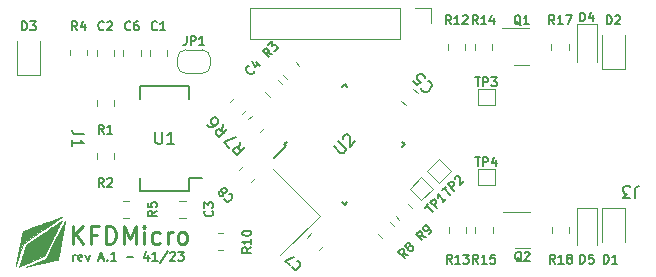
<source format=gbr>
%TF.GenerationSoftware,KiCad,Pcbnew,(6.0.7)*%
%TF.CreationDate,2023-10-13T17:42:20-04:00*%
%TF.ProjectId,microkfd,6d696372-6f6b-4666-942e-6b696361645f,A.1*%
%TF.SameCoordinates,Original*%
%TF.FileFunction,Legend,Top*%
%TF.FilePolarity,Positive*%
%FSLAX46Y46*%
G04 Gerber Fmt 4.6, Leading zero omitted, Abs format (unit mm)*
G04 Created by KiCad (PCBNEW (6.0.7)) date 2023-10-13 17:42:20*
%MOMM*%
%LPD*%
G01*
G04 APERTURE LIST*
%ADD10C,0.250000*%
%ADD11C,0.150000*%
%ADD12C,0.120000*%
%ADD13C,0.010000*%
G04 APERTURE END LIST*
D10*
X101019642Y-108928571D02*
X101019642Y-107428571D01*
X101876785Y-108928571D02*
X101233928Y-108071428D01*
X101876785Y-107428571D02*
X101019642Y-108285714D01*
X103019642Y-108142857D02*
X102519642Y-108142857D01*
X102519642Y-108928571D02*
X102519642Y-107428571D01*
X103233928Y-107428571D01*
X103805357Y-108928571D02*
X103805357Y-107428571D01*
X104162500Y-107428571D01*
X104376785Y-107500000D01*
X104519642Y-107642857D01*
X104591071Y-107785714D01*
X104662500Y-108071428D01*
X104662500Y-108285714D01*
X104591071Y-108571428D01*
X104519642Y-108714285D01*
X104376785Y-108857142D01*
X104162500Y-108928571D01*
X103805357Y-108928571D01*
X105305357Y-108928571D02*
X105305357Y-107428571D01*
X105805357Y-108500000D01*
X106305357Y-107428571D01*
X106305357Y-108928571D01*
X107019642Y-108928571D02*
X107019642Y-107928571D01*
X107019642Y-107428571D02*
X106948214Y-107500000D01*
X107019642Y-107571428D01*
X107091071Y-107500000D01*
X107019642Y-107428571D01*
X107019642Y-107571428D01*
X108376785Y-108857142D02*
X108233928Y-108928571D01*
X107948214Y-108928571D01*
X107805357Y-108857142D01*
X107733928Y-108785714D01*
X107662500Y-108642857D01*
X107662500Y-108214285D01*
X107733928Y-108071428D01*
X107805357Y-108000000D01*
X107948214Y-107928571D01*
X108233928Y-107928571D01*
X108376785Y-108000000D01*
X109019642Y-108928571D02*
X109019642Y-107928571D01*
X109019642Y-108214285D02*
X109091071Y-108071428D01*
X109162500Y-108000000D01*
X109305357Y-107928571D01*
X109448214Y-107928571D01*
X110162500Y-108928571D02*
X110019642Y-108857142D01*
X109948214Y-108785714D01*
X109876785Y-108642857D01*
X109876785Y-108214285D01*
X109948214Y-108071428D01*
X110019642Y-108000000D01*
X110162500Y-107928571D01*
X110376785Y-107928571D01*
X110519642Y-108000000D01*
X110591071Y-108071428D01*
X110662500Y-108214285D01*
X110662500Y-108642857D01*
X110591071Y-108785714D01*
X110519642Y-108857142D01*
X110376785Y-108928571D01*
X110162500Y-108928571D01*
D11*
X101026071Y-110339285D02*
X101026071Y-109839285D01*
X101026071Y-109982142D02*
X101061785Y-109910714D01*
X101097500Y-109875000D01*
X101168928Y-109839285D01*
X101240357Y-109839285D01*
X101776071Y-110303571D02*
X101704642Y-110339285D01*
X101561785Y-110339285D01*
X101490357Y-110303571D01*
X101454642Y-110232142D01*
X101454642Y-109946428D01*
X101490357Y-109875000D01*
X101561785Y-109839285D01*
X101704642Y-109839285D01*
X101776071Y-109875000D01*
X101811785Y-109946428D01*
X101811785Y-110017857D01*
X101454642Y-110089285D01*
X102061785Y-109839285D02*
X102240357Y-110339285D01*
X102418928Y-109839285D01*
X103240357Y-110125000D02*
X103597500Y-110125000D01*
X103168928Y-110339285D02*
X103418928Y-109589285D01*
X103668928Y-110339285D01*
X103918928Y-110267857D02*
X103954642Y-110303571D01*
X103918928Y-110339285D01*
X103883214Y-110303571D01*
X103918928Y-110267857D01*
X103918928Y-110339285D01*
X104668928Y-110339285D02*
X104240357Y-110339285D01*
X104454642Y-110339285D02*
X104454642Y-109589285D01*
X104383214Y-109696428D01*
X104311785Y-109767857D01*
X104240357Y-109803571D01*
X105561785Y-110053571D02*
X106133214Y-110053571D01*
X107383214Y-109839285D02*
X107383214Y-110339285D01*
X107204642Y-109553571D02*
X107026071Y-110089285D01*
X107490357Y-110089285D01*
X108168928Y-110339285D02*
X107740357Y-110339285D01*
X107954642Y-110339285D02*
X107954642Y-109589285D01*
X107883214Y-109696428D01*
X107811785Y-109767857D01*
X107740357Y-109803571D01*
X109026071Y-109553571D02*
X108383214Y-110517857D01*
X109240357Y-109660714D02*
X109276071Y-109625000D01*
X109347500Y-109589285D01*
X109526071Y-109589285D01*
X109597500Y-109625000D01*
X109633214Y-109660714D01*
X109668928Y-109732142D01*
X109668928Y-109803571D01*
X109633214Y-109910714D01*
X109204642Y-110339285D01*
X109668928Y-110339285D01*
X109918928Y-109589285D02*
X110383214Y-109589285D01*
X110133214Y-109875000D01*
X110240357Y-109875000D01*
X110311785Y-109910714D01*
X110347500Y-109946428D01*
X110383214Y-110017857D01*
X110383214Y-110196428D01*
X110347500Y-110267857D01*
X110311785Y-110303571D01*
X110240357Y-110339285D01*
X110026071Y-110339285D01*
X109954642Y-110303571D01*
X109918928Y-110267857D01*
%TO.C,J1*%
X101935119Y-99666666D02*
X101220833Y-99666666D01*
X101077976Y-99619047D01*
X100982738Y-99523809D01*
X100935119Y-99380952D01*
X100935119Y-99285714D01*
X100935119Y-100666666D02*
X100935119Y-100095238D01*
X100935119Y-100380952D02*
X101935119Y-100380952D01*
X101792261Y-100285714D01*
X101697023Y-100190476D01*
X101649404Y-100095238D01*
%TO.C,D2*%
X146196428Y-90339285D02*
X146196428Y-89589285D01*
X146375000Y-89589285D01*
X146482142Y-89625000D01*
X146553571Y-89696428D01*
X146589285Y-89767857D01*
X146625000Y-89910714D01*
X146625000Y-90017857D01*
X146589285Y-90160714D01*
X146553571Y-90232142D01*
X146482142Y-90303571D01*
X146375000Y-90339285D01*
X146196428Y-90339285D01*
X146910714Y-89660714D02*
X146946428Y-89625000D01*
X147017857Y-89589285D01*
X147196428Y-89589285D01*
X147267857Y-89625000D01*
X147303571Y-89660714D01*
X147339285Y-89732142D01*
X147339285Y-89803571D01*
X147303571Y-89910714D01*
X146875000Y-90339285D01*
X147339285Y-90339285D01*
%TO.C,Q2*%
X138991071Y-110410714D02*
X138919642Y-110375000D01*
X138848214Y-110303571D01*
X138741071Y-110196428D01*
X138669642Y-110160714D01*
X138598214Y-110160714D01*
X138633928Y-110339285D02*
X138562500Y-110303571D01*
X138491071Y-110232142D01*
X138455357Y-110089285D01*
X138455357Y-109839285D01*
X138491071Y-109696428D01*
X138562500Y-109625000D01*
X138633928Y-109589285D01*
X138776785Y-109589285D01*
X138848214Y-109625000D01*
X138919642Y-109696428D01*
X138955357Y-109839285D01*
X138955357Y-110089285D01*
X138919642Y-110232142D01*
X138848214Y-110303571D01*
X138776785Y-110339285D01*
X138633928Y-110339285D01*
X139241071Y-109660714D02*
X139276785Y-109625000D01*
X139348214Y-109589285D01*
X139526785Y-109589285D01*
X139598214Y-109625000D01*
X139633928Y-109660714D01*
X139669642Y-109732142D01*
X139669642Y-109803571D01*
X139633928Y-109910714D01*
X139205357Y-110339285D01*
X139669642Y-110339285D01*
%TO.C,U1*%
X107988095Y-99452380D02*
X107988095Y-100261904D01*
X108035714Y-100357142D01*
X108083333Y-100404761D01*
X108178571Y-100452380D01*
X108369047Y-100452380D01*
X108464285Y-100404761D01*
X108511904Y-100357142D01*
X108559523Y-100261904D01*
X108559523Y-99452380D01*
X109559523Y-100452380D02*
X108988095Y-100452380D01*
X109273809Y-100452380D02*
X109273809Y-99452380D01*
X109178571Y-99595238D01*
X109083333Y-99690476D01*
X108988095Y-99738095D01*
%TO.C,R7*%
X115187732Y-100297969D02*
X115086717Y-100870389D01*
X115591793Y-100702030D02*
X114884687Y-101409137D01*
X114615312Y-101139763D01*
X114581641Y-101038748D01*
X114581641Y-100971404D01*
X114615312Y-100870389D01*
X114716328Y-100769374D01*
X114817343Y-100735702D01*
X114884687Y-100735702D01*
X114985702Y-100769374D01*
X115255076Y-101038748D01*
X114244923Y-100769374D02*
X113773519Y-100297969D01*
X114783671Y-99893908D01*
%TO.C,C7*%
X120010024Y-110416751D02*
X120060532Y-110416751D01*
X120161547Y-110467259D01*
X120212055Y-110517766D01*
X120262563Y-110618782D01*
X120262563Y-110719797D01*
X120237309Y-110795558D01*
X120161547Y-110921828D01*
X120085786Y-110997589D01*
X119959517Y-111073350D01*
X119883755Y-111098604D01*
X119782740Y-111098604D01*
X119681725Y-111048097D01*
X119631217Y-110997589D01*
X119580710Y-110896574D01*
X119580710Y-110846066D01*
X119353425Y-110719797D02*
X118999872Y-110366244D01*
X119757486Y-110063198D01*
%TO.C,C3*%
X112805357Y-106125000D02*
X112841071Y-106160714D01*
X112876785Y-106267857D01*
X112876785Y-106339285D01*
X112841071Y-106446428D01*
X112769642Y-106517857D01*
X112698214Y-106553571D01*
X112555357Y-106589285D01*
X112448214Y-106589285D01*
X112305357Y-106553571D01*
X112233928Y-106517857D01*
X112162500Y-106446428D01*
X112126785Y-106339285D01*
X112126785Y-106267857D01*
X112162500Y-106160714D01*
X112198214Y-106125000D01*
X112126785Y-105875000D02*
X112126785Y-105410714D01*
X112412500Y-105660714D01*
X112412500Y-105553571D01*
X112448214Y-105482142D01*
X112483928Y-105446428D01*
X112555357Y-105410714D01*
X112733928Y-105410714D01*
X112805357Y-105446428D01*
X112841071Y-105482142D01*
X112876785Y-105553571D01*
X112876785Y-105767857D01*
X112841071Y-105839285D01*
X112805357Y-105875000D01*
%TO.C,R4*%
X101375000Y-90839285D02*
X101125000Y-90482142D01*
X100946428Y-90839285D02*
X100946428Y-90089285D01*
X101232142Y-90089285D01*
X101303571Y-90125000D01*
X101339285Y-90160714D01*
X101375000Y-90232142D01*
X101375000Y-90339285D01*
X101339285Y-90410714D01*
X101303571Y-90446428D01*
X101232142Y-90482142D01*
X100946428Y-90482142D01*
X102017857Y-90339285D02*
X102017857Y-90839285D01*
X101839285Y-90053571D02*
X101660714Y-90589285D01*
X102125000Y-90589285D01*
%TO.C,R13*%
X133080357Y-110589285D02*
X132830357Y-110232142D01*
X132651785Y-110589285D02*
X132651785Y-109839285D01*
X132937500Y-109839285D01*
X133008928Y-109875000D01*
X133044642Y-109910714D01*
X133080357Y-109982142D01*
X133080357Y-110089285D01*
X133044642Y-110160714D01*
X133008928Y-110196428D01*
X132937500Y-110232142D01*
X132651785Y-110232142D01*
X133794642Y-110589285D02*
X133366071Y-110589285D01*
X133580357Y-110589285D02*
X133580357Y-109839285D01*
X133508928Y-109946428D01*
X133437500Y-110017857D01*
X133366071Y-110053571D01*
X134044642Y-109839285D02*
X134508928Y-109839285D01*
X134258928Y-110125000D01*
X134366071Y-110125000D01*
X134437500Y-110160714D01*
X134473214Y-110196428D01*
X134508928Y-110267857D01*
X134508928Y-110446428D01*
X134473214Y-110517857D01*
X134437500Y-110553571D01*
X134366071Y-110589285D01*
X134151785Y-110589285D01*
X134080357Y-110553571D01*
X134044642Y-110517857D01*
%TO.C,R9*%
X130901522Y-108328299D02*
X130472208Y-108252538D01*
X130598477Y-108631345D02*
X130068147Y-108101015D01*
X130270177Y-107898984D01*
X130345938Y-107873730D01*
X130396446Y-107873730D01*
X130472208Y-107898984D01*
X130547969Y-107974746D01*
X130573223Y-108050507D01*
X130573223Y-108101015D01*
X130547969Y-108176776D01*
X130345938Y-108378807D01*
X131154061Y-108075761D02*
X131255076Y-107974746D01*
X131280330Y-107898984D01*
X131280330Y-107848477D01*
X131255076Y-107722208D01*
X131179314Y-107595938D01*
X130977284Y-107393908D01*
X130901522Y-107368654D01*
X130851015Y-107368654D01*
X130775253Y-107393908D01*
X130674238Y-107494923D01*
X130648984Y-107570685D01*
X130648984Y-107621192D01*
X130674238Y-107696954D01*
X130800507Y-107823223D01*
X130876269Y-107848477D01*
X130926776Y-107848477D01*
X131002538Y-107823223D01*
X131103553Y-107722208D01*
X131128807Y-107646446D01*
X131128807Y-107595938D01*
X131103553Y-107520177D01*
%TO.C,C5*%
X131058328Y-95177373D02*
X131125671Y-95177373D01*
X131260358Y-95244717D01*
X131327702Y-95312061D01*
X131395045Y-95446748D01*
X131395045Y-95581435D01*
X131361374Y-95682450D01*
X131260358Y-95850809D01*
X131159343Y-95951824D01*
X130990984Y-96052839D01*
X130889969Y-96086511D01*
X130755282Y-96086511D01*
X130620595Y-96019167D01*
X130553251Y-95951824D01*
X130485908Y-95817137D01*
X130485908Y-95749793D01*
X129778801Y-95177373D02*
X130115519Y-95514091D01*
X130485908Y-95211045D01*
X130418564Y-95211045D01*
X130317549Y-95177373D01*
X130149190Y-95009015D01*
X130115519Y-94907999D01*
X130115519Y-94840656D01*
X130149190Y-94739641D01*
X130317549Y-94571282D01*
X130418564Y-94537610D01*
X130485908Y-94537610D01*
X130586923Y-94571282D01*
X130755282Y-94739641D01*
X130788954Y-94840656D01*
X130788954Y-94907999D01*
%TO.C,R2*%
X103625000Y-104089285D02*
X103375000Y-103732142D01*
X103196428Y-104089285D02*
X103196428Y-103339285D01*
X103482142Y-103339285D01*
X103553571Y-103375000D01*
X103589285Y-103410714D01*
X103625000Y-103482142D01*
X103625000Y-103589285D01*
X103589285Y-103660714D01*
X103553571Y-103696428D01*
X103482142Y-103732142D01*
X103196428Y-103732142D01*
X103910714Y-103410714D02*
X103946428Y-103375000D01*
X104017857Y-103339285D01*
X104196428Y-103339285D01*
X104267857Y-103375000D01*
X104303571Y-103410714D01*
X104339285Y-103482142D01*
X104339285Y-103553571D01*
X104303571Y-103660714D01*
X103875000Y-104089285D01*
X104339285Y-104089285D01*
%TO.C,TP4*%
X135053571Y-101589285D02*
X135482142Y-101589285D01*
X135267857Y-102339285D02*
X135267857Y-101589285D01*
X135732142Y-102339285D02*
X135732142Y-101589285D01*
X136017857Y-101589285D01*
X136089285Y-101625000D01*
X136125000Y-101660714D01*
X136160714Y-101732142D01*
X136160714Y-101839285D01*
X136125000Y-101910714D01*
X136089285Y-101946428D01*
X136017857Y-101982142D01*
X135732142Y-101982142D01*
X136803571Y-101839285D02*
X136803571Y-102339285D01*
X136625000Y-101553571D02*
X136446428Y-102089285D01*
X136910714Y-102089285D01*
%TO.C,R5*%
X108089285Y-106125000D02*
X107732142Y-106375000D01*
X108089285Y-106553571D02*
X107339285Y-106553571D01*
X107339285Y-106267857D01*
X107375000Y-106196428D01*
X107410714Y-106160714D01*
X107482142Y-106125000D01*
X107589285Y-106125000D01*
X107660714Y-106160714D01*
X107696428Y-106196428D01*
X107732142Y-106267857D01*
X107732142Y-106553571D01*
X107339285Y-105446428D02*
X107339285Y-105803571D01*
X107696428Y-105839285D01*
X107660714Y-105803571D01*
X107625000Y-105732142D01*
X107625000Y-105553571D01*
X107660714Y-105482142D01*
X107696428Y-105446428D01*
X107767857Y-105410714D01*
X107946428Y-105410714D01*
X108017857Y-105446428D01*
X108053571Y-105482142D01*
X108089285Y-105553571D01*
X108089285Y-105732142D01*
X108053571Y-105803571D01*
X108017857Y-105839285D01*
%TO.C,R10*%
X116089285Y-109232142D02*
X115732142Y-109482142D01*
X116089285Y-109660714D02*
X115339285Y-109660714D01*
X115339285Y-109375000D01*
X115375000Y-109303571D01*
X115410714Y-109267857D01*
X115482142Y-109232142D01*
X115589285Y-109232142D01*
X115660714Y-109267857D01*
X115696428Y-109303571D01*
X115732142Y-109375000D01*
X115732142Y-109660714D01*
X116089285Y-108517857D02*
X116089285Y-108946428D01*
X116089285Y-108732142D02*
X115339285Y-108732142D01*
X115446428Y-108803571D01*
X115517857Y-108875000D01*
X115553571Y-108946428D01*
X115339285Y-108053571D02*
X115339285Y-107982142D01*
X115375000Y-107910714D01*
X115410714Y-107875000D01*
X115482142Y-107839285D01*
X115625000Y-107803571D01*
X115803571Y-107803571D01*
X115946428Y-107839285D01*
X116017857Y-107875000D01*
X116053571Y-107910714D01*
X116089285Y-107982142D01*
X116089285Y-108053571D01*
X116053571Y-108125000D01*
X116017857Y-108160714D01*
X115946428Y-108196428D01*
X115803571Y-108232142D01*
X115625000Y-108232142D01*
X115482142Y-108196428D01*
X115410714Y-108160714D01*
X115375000Y-108125000D01*
X115339285Y-108053571D01*
%TO.C,D1*%
X145946428Y-110589285D02*
X145946428Y-109839285D01*
X146125000Y-109839285D01*
X146232142Y-109875000D01*
X146303571Y-109946428D01*
X146339285Y-110017857D01*
X146375000Y-110160714D01*
X146375000Y-110267857D01*
X146339285Y-110410714D01*
X146303571Y-110482142D01*
X146232142Y-110553571D01*
X146125000Y-110589285D01*
X145946428Y-110589285D01*
X147089285Y-110589285D02*
X146660714Y-110589285D01*
X146875000Y-110589285D02*
X146875000Y-109839285D01*
X146803571Y-109946428D01*
X146732142Y-110017857D01*
X146660714Y-110053571D01*
%TO.C,C8*%
X114260024Y-104666751D02*
X114310532Y-104666751D01*
X114411547Y-104717259D01*
X114462055Y-104767766D01*
X114512563Y-104868782D01*
X114512563Y-104969797D01*
X114487309Y-105045558D01*
X114411547Y-105171828D01*
X114335786Y-105247589D01*
X114209517Y-105323350D01*
X114133755Y-105348604D01*
X114032740Y-105348604D01*
X113931725Y-105298097D01*
X113881217Y-105247589D01*
X113830710Y-105146574D01*
X113830710Y-105096066D01*
X113704441Y-104616244D02*
X113729694Y-104692005D01*
X113729694Y-104742513D01*
X113704441Y-104818274D01*
X113679187Y-104843528D01*
X113603425Y-104868782D01*
X113552918Y-104868782D01*
X113477156Y-104843528D01*
X113376141Y-104742513D01*
X113350887Y-104666751D01*
X113350887Y-104616244D01*
X113376141Y-104540482D01*
X113401395Y-104515228D01*
X113477156Y-104489975D01*
X113527664Y-104489975D01*
X113603425Y-104515228D01*
X113704441Y-104616244D01*
X113780202Y-104641497D01*
X113830710Y-104641497D01*
X113906471Y-104616244D01*
X114007486Y-104515228D01*
X114032740Y-104439467D01*
X114032740Y-104388959D01*
X114007486Y-104313198D01*
X113906471Y-104212183D01*
X113830710Y-104186929D01*
X113780202Y-104186929D01*
X113704441Y-104212183D01*
X113603425Y-104313198D01*
X113578171Y-104388959D01*
X113578171Y-104439467D01*
X113603425Y-104515228D01*
%TO.C,U2*%
X123074026Y-100651522D02*
X123646446Y-101223942D01*
X123747461Y-101257614D01*
X123814805Y-101257614D01*
X123915820Y-101223942D01*
X124050507Y-101089255D01*
X124084179Y-100988240D01*
X124084179Y-100920896D01*
X124050507Y-100819881D01*
X123478087Y-100247461D01*
X123848477Y-100011759D02*
X123848477Y-99944416D01*
X123882148Y-99843400D01*
X124050507Y-99675042D01*
X124151522Y-99641370D01*
X124218866Y-99641370D01*
X124319881Y-99675042D01*
X124387225Y-99742385D01*
X124454568Y-99877072D01*
X124454568Y-100685194D01*
X124892301Y-100247461D01*
%TO.C,C2*%
X103625000Y-90767857D02*
X103589285Y-90803571D01*
X103482142Y-90839285D01*
X103410714Y-90839285D01*
X103303571Y-90803571D01*
X103232142Y-90732142D01*
X103196428Y-90660714D01*
X103160714Y-90517857D01*
X103160714Y-90410714D01*
X103196428Y-90267857D01*
X103232142Y-90196428D01*
X103303571Y-90125000D01*
X103410714Y-90089285D01*
X103482142Y-90089285D01*
X103589285Y-90125000D01*
X103625000Y-90160714D01*
X103910714Y-90160714D02*
X103946428Y-90125000D01*
X104017857Y-90089285D01*
X104196428Y-90089285D01*
X104267857Y-90125000D01*
X104303571Y-90160714D01*
X104339285Y-90232142D01*
X104339285Y-90303571D01*
X104303571Y-90410714D01*
X103875000Y-90839285D01*
X104339285Y-90839285D01*
%TO.C,R14*%
X135267857Y-90339285D02*
X135017857Y-89982142D01*
X134839285Y-90339285D02*
X134839285Y-89589285D01*
X135125000Y-89589285D01*
X135196428Y-89625000D01*
X135232142Y-89660714D01*
X135267857Y-89732142D01*
X135267857Y-89839285D01*
X135232142Y-89910714D01*
X135196428Y-89946428D01*
X135125000Y-89982142D01*
X134839285Y-89982142D01*
X135982142Y-90339285D02*
X135553571Y-90339285D01*
X135767857Y-90339285D02*
X135767857Y-89589285D01*
X135696428Y-89696428D01*
X135625000Y-89767857D01*
X135553571Y-89803571D01*
X136625000Y-89839285D02*
X136625000Y-90339285D01*
X136446428Y-89553571D02*
X136267857Y-90089285D01*
X136732142Y-90089285D01*
%TO.C,TP3*%
X135053571Y-94839285D02*
X135482142Y-94839285D01*
X135267857Y-95589285D02*
X135267857Y-94839285D01*
X135732142Y-95589285D02*
X135732142Y-94839285D01*
X136017857Y-94839285D01*
X136089285Y-94875000D01*
X136125000Y-94910714D01*
X136160714Y-94982142D01*
X136160714Y-95089285D01*
X136125000Y-95160714D01*
X136089285Y-95196428D01*
X136017857Y-95232142D01*
X135732142Y-95232142D01*
X136410714Y-94839285D02*
X136875000Y-94839285D01*
X136625000Y-95125000D01*
X136732142Y-95125000D01*
X136803571Y-95160714D01*
X136839285Y-95196428D01*
X136875000Y-95267857D01*
X136875000Y-95446428D01*
X136839285Y-95517857D01*
X136803571Y-95553571D01*
X136732142Y-95589285D01*
X136517857Y-95589285D01*
X136446428Y-95553571D01*
X136410714Y-95517857D01*
%TO.C,JP1*%
X110625000Y-91339285D02*
X110625000Y-91875000D01*
X110589285Y-91982142D01*
X110517857Y-92053571D01*
X110410714Y-92089285D01*
X110339285Y-92089285D01*
X110982142Y-92089285D02*
X110982142Y-91339285D01*
X111267857Y-91339285D01*
X111339285Y-91375000D01*
X111375000Y-91410714D01*
X111410714Y-91482142D01*
X111410714Y-91589285D01*
X111375000Y-91660714D01*
X111339285Y-91696428D01*
X111267857Y-91732142D01*
X110982142Y-91732142D01*
X112125000Y-92089285D02*
X111696428Y-92089285D01*
X111910714Y-92089285D02*
X111910714Y-91339285D01*
X111839285Y-91446428D01*
X111767857Y-91517857D01*
X111696428Y-91553571D01*
%TO.C,C4*%
X116351015Y-94277791D02*
X116351015Y-94328299D01*
X116300507Y-94429314D01*
X116250000Y-94479822D01*
X116148984Y-94530330D01*
X116047969Y-94530330D01*
X115972208Y-94505076D01*
X115845938Y-94429314D01*
X115770177Y-94353553D01*
X115694416Y-94227284D01*
X115669162Y-94151522D01*
X115669162Y-94050507D01*
X115719669Y-93949492D01*
X115770177Y-93898984D01*
X115871192Y-93848477D01*
X115921700Y-93848477D01*
X116502538Y-93520177D02*
X116856091Y-93873730D01*
X116174238Y-93444416D02*
X116426776Y-93949492D01*
X116755076Y-93621192D01*
%TO.C,R8*%
X129401522Y-109828299D02*
X128972208Y-109752538D01*
X129098477Y-110131345D02*
X128568147Y-109601015D01*
X128770177Y-109398984D01*
X128845938Y-109373730D01*
X128896446Y-109373730D01*
X128972208Y-109398984D01*
X129047969Y-109474746D01*
X129073223Y-109550507D01*
X129073223Y-109601015D01*
X129047969Y-109676776D01*
X128845938Y-109878807D01*
X129401522Y-109222208D02*
X129325761Y-109247461D01*
X129275253Y-109247461D01*
X129199492Y-109222208D01*
X129174238Y-109196954D01*
X129148984Y-109121192D01*
X129148984Y-109070685D01*
X129174238Y-108994923D01*
X129275253Y-108893908D01*
X129351015Y-108868654D01*
X129401522Y-108868654D01*
X129477284Y-108893908D01*
X129502538Y-108919162D01*
X129527791Y-108994923D01*
X129527791Y-109045431D01*
X129502538Y-109121192D01*
X129401522Y-109222208D01*
X129376269Y-109297969D01*
X129376269Y-109348477D01*
X129401522Y-109424238D01*
X129502538Y-109525253D01*
X129578299Y-109550507D01*
X129628807Y-109550507D01*
X129704568Y-109525253D01*
X129805583Y-109424238D01*
X129830837Y-109348477D01*
X129830837Y-109297969D01*
X129805583Y-109222208D01*
X129704568Y-109121192D01*
X129628807Y-109095938D01*
X129578299Y-109095938D01*
X129502538Y-109121192D01*
%TO.C,R3*%
X117901522Y-92828299D02*
X117472208Y-92752538D01*
X117598477Y-93131345D02*
X117068147Y-92601015D01*
X117270177Y-92398984D01*
X117345938Y-92373730D01*
X117396446Y-92373730D01*
X117472208Y-92398984D01*
X117547969Y-92474746D01*
X117573223Y-92550507D01*
X117573223Y-92601015D01*
X117547969Y-92676776D01*
X117345938Y-92878807D01*
X117547969Y-92121192D02*
X117876269Y-91792893D01*
X117901522Y-92171700D01*
X117977284Y-92095938D01*
X118053045Y-92070685D01*
X118103553Y-92070685D01*
X118179314Y-92095938D01*
X118305583Y-92222208D01*
X118330837Y-92297969D01*
X118330837Y-92348477D01*
X118305583Y-92424238D01*
X118154061Y-92575761D01*
X118078299Y-92601015D01*
X118027791Y-92601015D01*
%TO.C,D5*%
X143946428Y-110589285D02*
X143946428Y-109839285D01*
X144125000Y-109839285D01*
X144232142Y-109875000D01*
X144303571Y-109946428D01*
X144339285Y-110017857D01*
X144375000Y-110160714D01*
X144375000Y-110267857D01*
X144339285Y-110410714D01*
X144303571Y-110482142D01*
X144232142Y-110553571D01*
X144125000Y-110589285D01*
X143946428Y-110589285D01*
X145053571Y-109839285D02*
X144696428Y-109839285D01*
X144660714Y-110196428D01*
X144696428Y-110160714D01*
X144767857Y-110125000D01*
X144946428Y-110125000D01*
X145017857Y-110160714D01*
X145053571Y-110196428D01*
X145089285Y-110267857D01*
X145089285Y-110446428D01*
X145053571Y-110517857D01*
X145017857Y-110553571D01*
X144946428Y-110589285D01*
X144767857Y-110589285D01*
X144696428Y-110553571D01*
X144660714Y-110517857D01*
%TO.C,R6*%
X113687732Y-98797969D02*
X113586717Y-99370389D01*
X114091793Y-99202030D02*
X113384687Y-99909137D01*
X113115312Y-99639763D01*
X113081641Y-99538748D01*
X113081641Y-99471404D01*
X113115312Y-99370389D01*
X113216328Y-99269374D01*
X113317343Y-99235702D01*
X113384687Y-99235702D01*
X113485702Y-99269374D01*
X113755076Y-99538748D01*
X112374534Y-98898984D02*
X112509221Y-99033671D01*
X112610236Y-99067343D01*
X112677580Y-99067343D01*
X112845938Y-99033671D01*
X113014297Y-98932656D01*
X113283671Y-98663282D01*
X113317343Y-98562267D01*
X113317343Y-98494923D01*
X113283671Y-98393908D01*
X113148984Y-98259221D01*
X113047969Y-98225549D01*
X112980625Y-98225549D01*
X112879610Y-98259221D01*
X112711251Y-98427580D01*
X112677580Y-98528595D01*
X112677580Y-98595938D01*
X112711251Y-98696954D01*
X112845938Y-98831641D01*
X112946954Y-98865312D01*
X113014297Y-98865312D01*
X113115312Y-98831641D01*
%TO.C,D3*%
X96696428Y-90839285D02*
X96696428Y-90089285D01*
X96875000Y-90089285D01*
X96982142Y-90125000D01*
X97053571Y-90196428D01*
X97089285Y-90267857D01*
X97125000Y-90410714D01*
X97125000Y-90517857D01*
X97089285Y-90660714D01*
X97053571Y-90732142D01*
X96982142Y-90803571D01*
X96875000Y-90839285D01*
X96696428Y-90839285D01*
X97375000Y-90089285D02*
X97839285Y-90089285D01*
X97589285Y-90375000D01*
X97696428Y-90375000D01*
X97767857Y-90410714D01*
X97803571Y-90446428D01*
X97839285Y-90517857D01*
X97839285Y-90696428D01*
X97803571Y-90767857D01*
X97767857Y-90803571D01*
X97696428Y-90839285D01*
X97482142Y-90839285D01*
X97410714Y-90803571D01*
X97375000Y-90767857D01*
%TO.C,J3*%
X148583333Y-105047619D02*
X148583333Y-104333333D01*
X148630952Y-104190476D01*
X148726190Y-104095238D01*
X148869047Y-104047619D01*
X148964285Y-104047619D01*
X148202380Y-105047619D02*
X147583333Y-105047619D01*
X147916666Y-104666666D01*
X147773809Y-104666666D01*
X147678571Y-104619047D01*
X147630952Y-104571428D01*
X147583333Y-104476190D01*
X147583333Y-104238095D01*
X147630952Y-104142857D01*
X147678571Y-104095238D01*
X147773809Y-104047619D01*
X148059523Y-104047619D01*
X148154761Y-104095238D01*
X148202380Y-104142857D01*
%TO.C,C1*%
X108125000Y-90767857D02*
X108089285Y-90803571D01*
X107982142Y-90839285D01*
X107910714Y-90839285D01*
X107803571Y-90803571D01*
X107732142Y-90732142D01*
X107696428Y-90660714D01*
X107660714Y-90517857D01*
X107660714Y-90410714D01*
X107696428Y-90267857D01*
X107732142Y-90196428D01*
X107803571Y-90125000D01*
X107910714Y-90089285D01*
X107982142Y-90089285D01*
X108089285Y-90125000D01*
X108125000Y-90160714D01*
X108839285Y-90839285D02*
X108410714Y-90839285D01*
X108625000Y-90839285D02*
X108625000Y-90089285D01*
X108553571Y-90196428D01*
X108482142Y-90267857D01*
X108410714Y-90303571D01*
%TO.C,R15*%
X135330357Y-110589285D02*
X135080357Y-110232142D01*
X134901785Y-110589285D02*
X134901785Y-109839285D01*
X135187500Y-109839285D01*
X135258928Y-109875000D01*
X135294642Y-109910714D01*
X135330357Y-109982142D01*
X135330357Y-110089285D01*
X135294642Y-110160714D01*
X135258928Y-110196428D01*
X135187500Y-110232142D01*
X134901785Y-110232142D01*
X136044642Y-110589285D02*
X135616071Y-110589285D01*
X135830357Y-110589285D02*
X135830357Y-109839285D01*
X135758928Y-109946428D01*
X135687500Y-110017857D01*
X135616071Y-110053571D01*
X136723214Y-109839285D02*
X136366071Y-109839285D01*
X136330357Y-110196428D01*
X136366071Y-110160714D01*
X136437500Y-110125000D01*
X136616071Y-110125000D01*
X136687500Y-110160714D01*
X136723214Y-110196428D01*
X136758928Y-110267857D01*
X136758928Y-110446428D01*
X136723214Y-110517857D01*
X136687500Y-110553571D01*
X136616071Y-110589285D01*
X136437500Y-110589285D01*
X136366071Y-110553571D01*
X136330357Y-110517857D01*
%TO.C,R1*%
X103625000Y-99589285D02*
X103375000Y-99232142D01*
X103196428Y-99589285D02*
X103196428Y-98839285D01*
X103482142Y-98839285D01*
X103553571Y-98875000D01*
X103589285Y-98910714D01*
X103625000Y-98982142D01*
X103625000Y-99089285D01*
X103589285Y-99160714D01*
X103553571Y-99196428D01*
X103482142Y-99232142D01*
X103196428Y-99232142D01*
X104339285Y-99589285D02*
X103910714Y-99589285D01*
X104125000Y-99589285D02*
X104125000Y-98839285D01*
X104053571Y-98946428D01*
X103982142Y-99017857D01*
X103910714Y-99053571D01*
%TO.C,R12*%
X133017857Y-90339285D02*
X132767857Y-89982142D01*
X132589285Y-90339285D02*
X132589285Y-89589285D01*
X132875000Y-89589285D01*
X132946428Y-89625000D01*
X132982142Y-89660714D01*
X133017857Y-89732142D01*
X133017857Y-89839285D01*
X132982142Y-89910714D01*
X132946428Y-89946428D01*
X132875000Y-89982142D01*
X132589285Y-89982142D01*
X133732142Y-90339285D02*
X133303571Y-90339285D01*
X133517857Y-90339285D02*
X133517857Y-89589285D01*
X133446428Y-89696428D01*
X133375000Y-89767857D01*
X133303571Y-89803571D01*
X134017857Y-89660714D02*
X134053571Y-89625000D01*
X134125000Y-89589285D01*
X134303571Y-89589285D01*
X134375000Y-89625000D01*
X134410714Y-89660714D01*
X134446428Y-89732142D01*
X134446428Y-89803571D01*
X134410714Y-89910714D01*
X133982142Y-90339285D01*
X134446428Y-90339285D01*
%TO.C,TP1*%
X130790355Y-105866245D02*
X131093400Y-105563199D01*
X131472208Y-106245052D02*
X130941877Y-105714722D01*
X131800507Y-105916752D02*
X131270177Y-105386422D01*
X131472208Y-105184392D01*
X131547969Y-105159138D01*
X131598477Y-105159138D01*
X131674238Y-105184392D01*
X131750000Y-105260153D01*
X131775253Y-105335915D01*
X131775253Y-105386422D01*
X131749999Y-105462184D01*
X131547969Y-105664214D01*
X132608629Y-105108630D02*
X132305583Y-105411676D01*
X132457106Y-105260153D02*
X131926776Y-104729823D01*
X131952030Y-104856092D01*
X131952030Y-104957107D01*
X131926776Y-105032869D01*
%TO.C,TP2*%
X132290355Y-104378807D02*
X132593400Y-104075761D01*
X132972208Y-104757614D02*
X132441877Y-104227284D01*
X133300507Y-104429314D02*
X132770177Y-103898984D01*
X132972208Y-103696954D01*
X133047969Y-103671700D01*
X133098477Y-103671700D01*
X133174238Y-103696954D01*
X133250000Y-103772715D01*
X133275253Y-103848477D01*
X133275253Y-103898984D01*
X133249999Y-103974746D01*
X133047969Y-104176776D01*
X133325761Y-103444416D02*
X133325761Y-103393908D01*
X133351015Y-103318147D01*
X133477284Y-103191877D01*
X133553045Y-103166624D01*
X133603553Y-103166624D01*
X133679314Y-103191877D01*
X133729822Y-103242385D01*
X133780330Y-103343400D01*
X133780330Y-103949492D01*
X134108629Y-103621192D01*
%TO.C,R17*%
X141767857Y-90339285D02*
X141517857Y-89982142D01*
X141339285Y-90339285D02*
X141339285Y-89589285D01*
X141625000Y-89589285D01*
X141696428Y-89625000D01*
X141732142Y-89660714D01*
X141767857Y-89732142D01*
X141767857Y-89839285D01*
X141732142Y-89910714D01*
X141696428Y-89946428D01*
X141625000Y-89982142D01*
X141339285Y-89982142D01*
X142482142Y-90339285D02*
X142053571Y-90339285D01*
X142267857Y-90339285D02*
X142267857Y-89589285D01*
X142196428Y-89696428D01*
X142125000Y-89767857D01*
X142053571Y-89803571D01*
X142732142Y-89589285D02*
X143232142Y-89589285D01*
X142910714Y-90339285D01*
%TO.C,D4*%
X143946428Y-90089285D02*
X143946428Y-89339285D01*
X144125000Y-89339285D01*
X144232142Y-89375000D01*
X144303571Y-89446428D01*
X144339285Y-89517857D01*
X144375000Y-89660714D01*
X144375000Y-89767857D01*
X144339285Y-89910714D01*
X144303571Y-89982142D01*
X144232142Y-90053571D01*
X144125000Y-90089285D01*
X143946428Y-90089285D01*
X145017857Y-89589285D02*
X145017857Y-90089285D01*
X144839285Y-89303571D02*
X144660714Y-89839285D01*
X145125000Y-89839285D01*
%TO.C,R18*%
X141830357Y-110589285D02*
X141580357Y-110232142D01*
X141401785Y-110589285D02*
X141401785Y-109839285D01*
X141687500Y-109839285D01*
X141758928Y-109875000D01*
X141794642Y-109910714D01*
X141830357Y-109982142D01*
X141830357Y-110089285D01*
X141794642Y-110160714D01*
X141758928Y-110196428D01*
X141687500Y-110232142D01*
X141401785Y-110232142D01*
X142544642Y-110589285D02*
X142116071Y-110589285D01*
X142330357Y-110589285D02*
X142330357Y-109839285D01*
X142258928Y-109946428D01*
X142187500Y-110017857D01*
X142116071Y-110053571D01*
X142973214Y-110160714D02*
X142901785Y-110125000D01*
X142866071Y-110089285D01*
X142830357Y-110017857D01*
X142830357Y-109982142D01*
X142866071Y-109910714D01*
X142901785Y-109875000D01*
X142973214Y-109839285D01*
X143116071Y-109839285D01*
X143187500Y-109875000D01*
X143223214Y-109910714D01*
X143258928Y-109982142D01*
X143258928Y-110017857D01*
X143223214Y-110089285D01*
X143187500Y-110125000D01*
X143116071Y-110160714D01*
X142973214Y-110160714D01*
X142901785Y-110196428D01*
X142866071Y-110232142D01*
X142830357Y-110303571D01*
X142830357Y-110446428D01*
X142866071Y-110517857D01*
X142901785Y-110553571D01*
X142973214Y-110589285D01*
X143116071Y-110589285D01*
X143187500Y-110553571D01*
X143223214Y-110517857D01*
X143258928Y-110446428D01*
X143258928Y-110303571D01*
X143223214Y-110232142D01*
X143187500Y-110196428D01*
X143116071Y-110160714D01*
%TO.C,C6*%
X105875000Y-90767857D02*
X105839285Y-90803571D01*
X105732142Y-90839285D01*
X105660714Y-90839285D01*
X105553571Y-90803571D01*
X105482142Y-90732142D01*
X105446428Y-90660714D01*
X105410714Y-90517857D01*
X105410714Y-90410714D01*
X105446428Y-90267857D01*
X105482142Y-90196428D01*
X105553571Y-90125000D01*
X105660714Y-90089285D01*
X105732142Y-90089285D01*
X105839285Y-90125000D01*
X105875000Y-90160714D01*
X106517857Y-90089285D02*
X106375000Y-90089285D01*
X106303571Y-90125000D01*
X106267857Y-90160714D01*
X106196428Y-90267857D01*
X106160714Y-90410714D01*
X106160714Y-90696428D01*
X106196428Y-90767857D01*
X106232142Y-90803571D01*
X106303571Y-90839285D01*
X106446428Y-90839285D01*
X106517857Y-90803571D01*
X106553571Y-90767857D01*
X106589285Y-90696428D01*
X106589285Y-90517857D01*
X106553571Y-90446428D01*
X106517857Y-90410714D01*
X106446428Y-90375000D01*
X106303571Y-90375000D01*
X106232142Y-90410714D01*
X106196428Y-90446428D01*
X106160714Y-90517857D01*
%TO.C,Q1*%
X138928571Y-90410714D02*
X138857142Y-90375000D01*
X138785714Y-90303571D01*
X138678571Y-90196428D01*
X138607142Y-90160714D01*
X138535714Y-90160714D01*
X138571428Y-90339285D02*
X138500000Y-90303571D01*
X138428571Y-90232142D01*
X138392857Y-90089285D01*
X138392857Y-89839285D01*
X138428571Y-89696428D01*
X138500000Y-89625000D01*
X138571428Y-89589285D01*
X138714285Y-89589285D01*
X138785714Y-89625000D01*
X138857142Y-89696428D01*
X138892857Y-89839285D01*
X138892857Y-90089285D01*
X138857142Y-90232142D01*
X138785714Y-90303571D01*
X138714285Y-90339285D01*
X138571428Y-90339285D01*
X139607142Y-90339285D02*
X139178571Y-90339285D01*
X139392857Y-90339285D02*
X139392857Y-89589285D01*
X139321428Y-89696428D01*
X139250000Y-89767857D01*
X139178571Y-89803571D01*
D12*
%TO.C,D2*%
X145790000Y-91250000D02*
X145790000Y-94110000D01*
X147710000Y-94110000D02*
X147710000Y-91250000D01*
X145790000Y-94110000D02*
X147710000Y-94110000D01*
%TO.C,Q2*%
X139062500Y-109310000D02*
X139712500Y-109310000D01*
X139062500Y-106190000D02*
X137387500Y-106190000D01*
X139062500Y-106190000D02*
X139712500Y-106190000D01*
X139062500Y-109310000D02*
X138412500Y-109310000D01*
D11*
%TO.C,U1*%
X110825000Y-104475000D02*
X106675000Y-104475000D01*
X110825000Y-103365000D02*
X110825000Y-104475000D01*
X106675000Y-104475000D02*
X106675000Y-103365000D01*
X110825000Y-103365000D02*
X111950000Y-103365000D01*
X110825000Y-95525000D02*
X110825000Y-96635000D01*
X106675000Y-95525000D02*
X106675000Y-96635000D01*
X110825000Y-95525000D02*
X106675000Y-95525000D01*
D12*
%TO.C,R7*%
X116859165Y-99430282D02*
X117180282Y-99109165D01*
X115819718Y-98390835D02*
X116140835Y-98069718D01*
%TO.C,C7*%
X120795543Y-108415010D02*
X121165010Y-108045543D01*
X121834990Y-109454457D02*
X122204457Y-109084990D01*
%TO.C,C3*%
X110026248Y-106735000D02*
X110548752Y-106735000D01*
X110026248Y-105265000D02*
X110548752Y-105265000D01*
%TO.C,R4*%
X100765000Y-92522936D02*
X100765000Y-92977064D01*
X102235000Y-92522936D02*
X102235000Y-92977064D01*
%TO.C,R13*%
X132827500Y-107522936D02*
X132827500Y-107977064D01*
X134297500Y-107522936D02*
X134297500Y-107977064D01*
%TO.C,R9*%
X129680282Y-105890835D02*
X129359165Y-105569718D01*
X128640835Y-106930282D02*
X128319718Y-106609165D01*
%TO.C,C5*%
X128795543Y-96834990D02*
X129165010Y-97204457D01*
X129834990Y-95795543D02*
X130204457Y-96165010D01*
%TO.C,R2*%
X104485000Y-101272936D02*
X104485000Y-101727064D01*
X103015000Y-101272936D02*
X103015000Y-101727064D01*
%TO.C,TP4*%
X135300000Y-102550000D02*
X136700000Y-102550000D01*
X136700000Y-102550000D02*
X136700000Y-103950000D01*
X135300000Y-103950000D02*
X135300000Y-102550000D01*
X136700000Y-103950000D02*
X135300000Y-103950000D01*
%TO.C,R5*%
X105727064Y-106735000D02*
X105272936Y-106735000D01*
X105727064Y-105265000D02*
X105272936Y-105265000D01*
%TO.C,Y1*%
X121891600Y-106568198D02*
X117931802Y-102608400D01*
X118568198Y-109891600D02*
X121891600Y-106568198D01*
%TO.C,R10*%
X113727064Y-108015000D02*
X113272936Y-108015000D01*
X113727064Y-109485000D02*
X113272936Y-109485000D01*
%TO.C,D1*%
X147710000Y-105890000D02*
X145790000Y-105890000D01*
X147710000Y-108750000D02*
X147710000Y-105890000D01*
X145790000Y-105890000D02*
X145790000Y-108750000D01*
%TO.C,C8*%
X115415010Y-102295543D02*
X115045543Y-102665010D01*
X116454457Y-103334990D02*
X116084990Y-103704457D01*
D11*
%TO.C,U2*%
X124000000Y-105626524D02*
X124229810Y-105396714D01*
X118873476Y-100500000D02*
X119032575Y-100659099D01*
X124000000Y-105626524D02*
X123770190Y-105396714D01*
X119032575Y-100659099D02*
X118024948Y-101666726D01*
X129126524Y-100500000D02*
X128896714Y-100729810D01*
X129126524Y-100500000D02*
X128896714Y-100270190D01*
X124000000Y-95373476D02*
X124229810Y-95603286D01*
X118873476Y-100500000D02*
X119103286Y-100270190D01*
X124000000Y-95373476D02*
X123770190Y-95603286D01*
D12*
%TO.C,C2*%
X104485000Y-93011252D02*
X104485000Y-92488748D01*
X103015000Y-93011252D02*
X103015000Y-92488748D01*
%TO.C,R14*%
X136485000Y-92477064D02*
X136485000Y-92022936D01*
X135015000Y-92477064D02*
X135015000Y-92022936D01*
%TO.C,TP3*%
X135300000Y-97200000D02*
X135300000Y-95800000D01*
X136700000Y-95800000D02*
X136700000Y-97200000D01*
X135300000Y-95800000D02*
X136700000Y-95800000D01*
X136700000Y-97200000D02*
X135300000Y-97200000D01*
%TO.C,JP1*%
X110550000Y-92500000D02*
X111950000Y-92500000D01*
X111950000Y-94500000D02*
X110550000Y-94500000D01*
X112650000Y-93200000D02*
X112650000Y-93800000D01*
X109850000Y-93800000D02*
X109850000Y-93200000D01*
X112650000Y-93200000D02*
G75*
G03*
X111950000Y-92500000I-700000J0D01*
G01*
X110550000Y-92500000D02*
G75*
G03*
X109850000Y-93200000I-1J-699999D01*
G01*
X111950000Y-94500000D02*
G75*
G03*
X112650000Y-93800000I0J700000D01*
G01*
X109850000Y-93800000D02*
G75*
G03*
X110550000Y-94500000I699999J-1D01*
G01*
%TO.C,C4*%
X117295543Y-96084990D02*
X117665010Y-96454457D01*
X118334990Y-95045543D02*
X118704457Y-95415010D01*
%TO.C,R8*%
X127140835Y-108430282D02*
X126819718Y-108109165D01*
X128180282Y-107390835D02*
X127859165Y-107069718D01*
%TO.C,R3*%
X119140835Y-94930282D02*
X118819718Y-94609165D01*
X120180282Y-93890835D02*
X119859165Y-93569718D01*
%TO.C,D5*%
X145350000Y-105850000D02*
X143650000Y-105850000D01*
X145350000Y-105850000D02*
X145350000Y-109000000D01*
X143650000Y-105850000D02*
X143650000Y-109000000D01*
%TO.C,R6*%
X115359165Y-97930282D02*
X115680282Y-97609165D01*
X114319718Y-96890835D02*
X114640835Y-96569718D01*
%TO.C,D3*%
X96290000Y-91750000D02*
X96290000Y-94610000D01*
X98210000Y-94610000D02*
X98210000Y-91750000D01*
X96290000Y-94610000D02*
X98210000Y-94610000D01*
%TO.C,C1*%
X107515000Y-93011252D02*
X107515000Y-92488748D01*
X108985000Y-93011252D02*
X108985000Y-92488748D01*
%TO.C,R15*%
X136547500Y-107977064D02*
X136547500Y-107522936D01*
X135077500Y-107977064D02*
X135077500Y-107522936D01*
%TO.C,R1*%
X103015000Y-96772936D02*
X103015000Y-97227064D01*
X104485000Y-96772936D02*
X104485000Y-97227064D01*
%TO.C,J2*%
X115970000Y-88920000D02*
X115970000Y-91580000D01*
X131330000Y-88920000D02*
X131330000Y-90250000D01*
X130000000Y-88920000D02*
X131330000Y-88920000D01*
X128730000Y-88920000D02*
X115970000Y-88920000D01*
X128730000Y-91580000D02*
X115970000Y-91580000D01*
X128730000Y-88920000D02*
X128730000Y-91580000D01*
%TO.C,G\u002A\u002A\u002A*%
G36*
X100346703Y-106964575D02*
G01*
X100342746Y-106987989D01*
X100336167Y-107025695D01*
X100327136Y-107076767D01*
X100315820Y-107140284D01*
X100302387Y-107215319D01*
X100287006Y-107300950D01*
X100269846Y-107396253D01*
X100251073Y-107500302D01*
X100230858Y-107612175D01*
X100209366Y-107730947D01*
X100186768Y-107855695D01*
X100163231Y-107985494D01*
X100138924Y-108119419D01*
X100114014Y-108256548D01*
X100088670Y-108395957D01*
X100063061Y-108536720D01*
X100037353Y-108677914D01*
X100011716Y-108818616D01*
X99986319Y-108957900D01*
X99961328Y-109094844D01*
X99936912Y-109228522D01*
X99913240Y-109358012D01*
X99890480Y-109482388D01*
X99868800Y-109600728D01*
X99848368Y-109712106D01*
X99829353Y-109815599D01*
X99811922Y-109910283D01*
X99796244Y-109995234D01*
X99782487Y-110069527D01*
X99770820Y-110132240D01*
X99761411Y-110182447D01*
X99754427Y-110219225D01*
X99750037Y-110241649D01*
X99748432Y-110248811D01*
X99740109Y-110251007D01*
X99716602Y-110256565D01*
X99678748Y-110265297D01*
X99627384Y-110277015D01*
X99563345Y-110291530D01*
X99487469Y-110308657D01*
X99400591Y-110328206D01*
X99303548Y-110349990D01*
X99197177Y-110373821D01*
X99082313Y-110399512D01*
X98959793Y-110426874D01*
X98830455Y-110455720D01*
X98695133Y-110485863D01*
X98554664Y-110517114D01*
X98416721Y-110547767D01*
X98271912Y-110579928D01*
X98131321Y-110611154D01*
X97995794Y-110641256D01*
X97866177Y-110670047D01*
X97743318Y-110697337D01*
X97628062Y-110722940D01*
X97521257Y-110746666D01*
X97423749Y-110768329D01*
X97336385Y-110787739D01*
X97260011Y-110804709D01*
X97195474Y-110819051D01*
X97143620Y-110830576D01*
X97105296Y-110839097D01*
X97081349Y-110844425D01*
X97072707Y-110846354D01*
X97067961Y-110846140D01*
X97076818Y-110840919D01*
X97080911Y-110839021D01*
X97091899Y-110834737D01*
X97117254Y-110825247D01*
X97155918Y-110810939D01*
X97206832Y-110792199D01*
X97268937Y-110769415D01*
X97341175Y-110742975D01*
X97422487Y-110713264D01*
X97511814Y-110680672D01*
X97608099Y-110645583D01*
X97710282Y-110608387D01*
X97817305Y-110569470D01*
X97901778Y-110538780D01*
X98698033Y-110249607D01*
X99521856Y-108601896D01*
X99599064Y-108447502D01*
X99674333Y-108297043D01*
X99747333Y-108151175D01*
X99817737Y-108010550D01*
X99885215Y-107875825D01*
X99949440Y-107747653D01*
X100010082Y-107626690D01*
X100066813Y-107513589D01*
X100119304Y-107409006D01*
X100167227Y-107313595D01*
X100210252Y-107228011D01*
X100248053Y-107152908D01*
X100280299Y-107088942D01*
X100306662Y-107036766D01*
X100326813Y-106997035D01*
X100340425Y-106970404D01*
X100347168Y-106957528D01*
X100347871Y-106956377D01*
X100346703Y-106964575D01*
G37*
D13*
X100346703Y-106964575D02*
X100342746Y-106987989D01*
X100336167Y-107025695D01*
X100327136Y-107076767D01*
X100315820Y-107140284D01*
X100302387Y-107215319D01*
X100287006Y-107300950D01*
X100269846Y-107396253D01*
X100251073Y-107500302D01*
X100230858Y-107612175D01*
X100209366Y-107730947D01*
X100186768Y-107855695D01*
X100163231Y-107985494D01*
X100138924Y-108119419D01*
X100114014Y-108256548D01*
X100088670Y-108395957D01*
X100063061Y-108536720D01*
X100037353Y-108677914D01*
X100011716Y-108818616D01*
X99986319Y-108957900D01*
X99961328Y-109094844D01*
X99936912Y-109228522D01*
X99913240Y-109358012D01*
X99890480Y-109482388D01*
X99868800Y-109600728D01*
X99848368Y-109712106D01*
X99829353Y-109815599D01*
X99811922Y-109910283D01*
X99796244Y-109995234D01*
X99782487Y-110069527D01*
X99770820Y-110132240D01*
X99761411Y-110182447D01*
X99754427Y-110219225D01*
X99750037Y-110241649D01*
X99748432Y-110248811D01*
X99740109Y-110251007D01*
X99716602Y-110256565D01*
X99678748Y-110265297D01*
X99627384Y-110277015D01*
X99563345Y-110291530D01*
X99487469Y-110308657D01*
X99400591Y-110328206D01*
X99303548Y-110349990D01*
X99197177Y-110373821D01*
X99082313Y-110399512D01*
X98959793Y-110426874D01*
X98830455Y-110455720D01*
X98695133Y-110485863D01*
X98554664Y-110517114D01*
X98416721Y-110547767D01*
X98271912Y-110579928D01*
X98131321Y-110611154D01*
X97995794Y-110641256D01*
X97866177Y-110670047D01*
X97743318Y-110697337D01*
X97628062Y-110722940D01*
X97521257Y-110746666D01*
X97423749Y-110768329D01*
X97336385Y-110787739D01*
X97260011Y-110804709D01*
X97195474Y-110819051D01*
X97143620Y-110830576D01*
X97105296Y-110839097D01*
X97081349Y-110844425D01*
X97072707Y-110846354D01*
X97067961Y-110846140D01*
X97076818Y-110840919D01*
X97080911Y-110839021D01*
X97091899Y-110834737D01*
X97117254Y-110825247D01*
X97155918Y-110810939D01*
X97206832Y-110792199D01*
X97268937Y-110769415D01*
X97341175Y-110742975D01*
X97422487Y-110713264D01*
X97511814Y-110680672D01*
X97608099Y-110645583D01*
X97710282Y-110608387D01*
X97817305Y-110569470D01*
X97901778Y-110538780D01*
X98698033Y-110249607D01*
X99521856Y-108601896D01*
X99599064Y-108447502D01*
X99674333Y-108297043D01*
X99747333Y-108151175D01*
X99817737Y-108010550D01*
X99885215Y-107875825D01*
X99949440Y-107747653D01*
X100010082Y-107626690D01*
X100066813Y-107513589D01*
X100119304Y-107409006D01*
X100167227Y-107313595D01*
X100210252Y-107228011D01*
X100248053Y-107152908D01*
X100280299Y-107088942D01*
X100306662Y-107036766D01*
X100326813Y-106997035D01*
X100340425Y-106970404D01*
X100347168Y-106957528D01*
X100347871Y-106956377D01*
X100346703Y-106964575D01*
G36*
X100041273Y-106964170D02*
G01*
X100030945Y-106985672D01*
X100013950Y-107020462D01*
X99990629Y-107067853D01*
X99961327Y-107127154D01*
X99926385Y-107197676D01*
X99886148Y-107278730D01*
X99840957Y-107369627D01*
X99791157Y-107469677D01*
X99737090Y-107578191D01*
X99679099Y-107694480D01*
X99617527Y-107817854D01*
X99552718Y-107947624D01*
X99485014Y-108083101D01*
X99414758Y-108223595D01*
X99342293Y-108368416D01*
X99298547Y-108455803D01*
X98549451Y-109951906D01*
X97503424Y-110400823D01*
X97379093Y-110454177D01*
X97258945Y-110505727D01*
X97143837Y-110555107D01*
X97034628Y-110601947D01*
X96932179Y-110645880D01*
X96837347Y-110686536D01*
X96750992Y-110723549D01*
X96673974Y-110756550D01*
X96607150Y-110785171D01*
X96551381Y-110809043D01*
X96507525Y-110827798D01*
X96476441Y-110841069D01*
X96458989Y-110848486D01*
X96455346Y-110849999D01*
X96453295Y-110844223D01*
X96453294Y-110844077D01*
X96455837Y-110835638D01*
X96463246Y-110812616D01*
X96475199Y-110775990D01*
X96491371Y-110726742D01*
X96511437Y-110665853D01*
X96535073Y-110594304D01*
X96561954Y-110513076D01*
X96591755Y-110423150D01*
X96624153Y-110325507D01*
X96658823Y-110221128D01*
X96695439Y-110110994D01*
X96733679Y-109996085D01*
X96751132Y-109943673D01*
X97048970Y-109049451D01*
X98545253Y-108001522D01*
X98686078Y-107902918D01*
X98823339Y-107806853D01*
X98956433Y-107713751D01*
X99084754Y-107624031D01*
X99207699Y-107538114D01*
X99324663Y-107456423D01*
X99435043Y-107379377D01*
X99538233Y-107307398D01*
X99633629Y-107240907D01*
X99720629Y-107180326D01*
X99798626Y-107126074D01*
X99867017Y-107078574D01*
X99925198Y-107038247D01*
X99972564Y-107005512D01*
X100008511Y-106980793D01*
X100032436Y-106964509D01*
X100043733Y-106957081D01*
X100044589Y-106956648D01*
X100041273Y-106964170D01*
G37*
X100041273Y-106964170D02*
X100030945Y-106985672D01*
X100013950Y-107020462D01*
X99990629Y-107067853D01*
X99961327Y-107127154D01*
X99926385Y-107197676D01*
X99886148Y-107278730D01*
X99840957Y-107369627D01*
X99791157Y-107469677D01*
X99737090Y-107578191D01*
X99679099Y-107694480D01*
X99617527Y-107817854D01*
X99552718Y-107947624D01*
X99485014Y-108083101D01*
X99414758Y-108223595D01*
X99342293Y-108368416D01*
X99298547Y-108455803D01*
X98549451Y-109951906D01*
X97503424Y-110400823D01*
X97379093Y-110454177D01*
X97258945Y-110505727D01*
X97143837Y-110555107D01*
X97034628Y-110601947D01*
X96932179Y-110645880D01*
X96837347Y-110686536D01*
X96750992Y-110723549D01*
X96673974Y-110756550D01*
X96607150Y-110785171D01*
X96551381Y-110809043D01*
X96507525Y-110827798D01*
X96476441Y-110841069D01*
X96458989Y-110848486D01*
X96455346Y-110849999D01*
X96453295Y-110844223D01*
X96453294Y-110844077D01*
X96455837Y-110835638D01*
X96463246Y-110812616D01*
X96475199Y-110775990D01*
X96491371Y-110726742D01*
X96511437Y-110665853D01*
X96535073Y-110594304D01*
X96561954Y-110513076D01*
X96591755Y-110423150D01*
X96624153Y-110325507D01*
X96658823Y-110221128D01*
X96695439Y-110110994D01*
X96733679Y-109996085D01*
X96751132Y-109943673D01*
X97048970Y-109049451D01*
X98545253Y-108001522D01*
X98686078Y-107902918D01*
X98823339Y-107806853D01*
X98956433Y-107713751D01*
X99084754Y-107624031D01*
X99207699Y-107538114D01*
X99324663Y-107456423D01*
X99435043Y-107379377D01*
X99538233Y-107307398D01*
X99633629Y-107240907D01*
X99720629Y-107180326D01*
X99798626Y-107126074D01*
X99867017Y-107078574D01*
X99925198Y-107038247D01*
X99972564Y-107005512D01*
X100008511Y-106980793D01*
X100032436Y-106964509D01*
X100043733Y-106957081D01*
X100044589Y-106956648D01*
X100041273Y-106964170D01*
G36*
X100038764Y-106658484D02*
G01*
X100037361Y-106659953D01*
X100029450Y-106665448D01*
X100008570Y-106679781D01*
X99975313Y-106702548D01*
X99930269Y-106733347D01*
X99874028Y-106771775D01*
X99807181Y-106817428D01*
X99730318Y-106869904D01*
X99644031Y-106928800D01*
X99548909Y-106993713D01*
X99445544Y-107064239D01*
X99334525Y-107139976D01*
X99216444Y-107220521D01*
X99091890Y-107305471D01*
X98961455Y-107394422D01*
X98825730Y-107486972D01*
X98685304Y-107582719D01*
X98540768Y-107681258D01*
X98392713Y-107782187D01*
X98387232Y-107785923D01*
X96750549Y-108901595D01*
X96454705Y-109861569D01*
X96417351Y-109982701D01*
X96381353Y-110099281D01*
X96347004Y-110210372D01*
X96314595Y-110315035D01*
X96284420Y-110412333D01*
X96256769Y-110501328D01*
X96231935Y-110581081D01*
X96210210Y-110650654D01*
X96191885Y-110709110D01*
X96177254Y-110755510D01*
X96166607Y-110788917D01*
X96160238Y-110808392D01*
X96158403Y-110813275D01*
X96159925Y-110804320D01*
X96164482Y-110780288D01*
X96171879Y-110742149D01*
X96181924Y-110690873D01*
X96194421Y-110627430D01*
X96209176Y-110552791D01*
X96225995Y-110467925D01*
X96244684Y-110373803D01*
X96265048Y-110271395D01*
X96286894Y-110161671D01*
X96310027Y-110045602D01*
X96334253Y-109924157D01*
X96359378Y-109798307D01*
X96385207Y-109669021D01*
X96411547Y-109537271D01*
X96438202Y-109404025D01*
X96464980Y-109270256D01*
X96491685Y-109136931D01*
X96518124Y-109005022D01*
X96544101Y-108875500D01*
X96569424Y-108749333D01*
X96593898Y-108627492D01*
X96617328Y-108510948D01*
X96639521Y-108400670D01*
X96660282Y-108297629D01*
X96679417Y-108202795D01*
X96696732Y-108117138D01*
X96712032Y-108041629D01*
X96725123Y-107977236D01*
X96735812Y-107924931D01*
X96743904Y-107885684D01*
X96749204Y-107860465D01*
X96751519Y-107850244D01*
X96751589Y-107850068D01*
X96759405Y-107847068D01*
X96781773Y-107838779D01*
X96817824Y-107825518D01*
X96866687Y-107807602D01*
X96927494Y-107785346D01*
X96999375Y-107759067D01*
X97081462Y-107729083D01*
X97172883Y-107695708D01*
X97272771Y-107659261D01*
X97380256Y-107620057D01*
X97494468Y-107578414D01*
X97614538Y-107534646D01*
X97739597Y-107489072D01*
X97868775Y-107442007D01*
X98001203Y-107393768D01*
X98136012Y-107344671D01*
X98272331Y-107295034D01*
X98409293Y-107245172D01*
X98546027Y-107195402D01*
X98681663Y-107146041D01*
X98815334Y-107097405D01*
X98946168Y-107049811D01*
X99073298Y-107003574D01*
X99195853Y-106959013D01*
X99312964Y-106916442D01*
X99423762Y-106876179D01*
X99527377Y-106838541D01*
X99622941Y-106803843D01*
X99709582Y-106772402D01*
X99786433Y-106744535D01*
X99852624Y-106720558D01*
X99907286Y-106700788D01*
X99949548Y-106685542D01*
X99978542Y-106675135D01*
X99989276Y-106671322D01*
X100015771Y-106662604D01*
X100033150Y-106658116D01*
X100038764Y-106658484D01*
G37*
X100038764Y-106658484D02*
X100037361Y-106659953D01*
X100029450Y-106665448D01*
X100008570Y-106679781D01*
X99975313Y-106702548D01*
X99930269Y-106733347D01*
X99874028Y-106771775D01*
X99807181Y-106817428D01*
X99730318Y-106869904D01*
X99644031Y-106928800D01*
X99548909Y-106993713D01*
X99445544Y-107064239D01*
X99334525Y-107139976D01*
X99216444Y-107220521D01*
X99091890Y-107305471D01*
X98961455Y-107394422D01*
X98825730Y-107486972D01*
X98685304Y-107582719D01*
X98540768Y-107681258D01*
X98392713Y-107782187D01*
X98387232Y-107785923D01*
X96750549Y-108901595D01*
X96454705Y-109861569D01*
X96417351Y-109982701D01*
X96381353Y-110099281D01*
X96347004Y-110210372D01*
X96314595Y-110315035D01*
X96284420Y-110412333D01*
X96256769Y-110501328D01*
X96231935Y-110581081D01*
X96210210Y-110650654D01*
X96191885Y-110709110D01*
X96177254Y-110755510D01*
X96166607Y-110788917D01*
X96160238Y-110808392D01*
X96158403Y-110813275D01*
X96159925Y-110804320D01*
X96164482Y-110780288D01*
X96171879Y-110742149D01*
X96181924Y-110690873D01*
X96194421Y-110627430D01*
X96209176Y-110552791D01*
X96225995Y-110467925D01*
X96244684Y-110373803D01*
X96265048Y-110271395D01*
X96286894Y-110161671D01*
X96310027Y-110045602D01*
X96334253Y-109924157D01*
X96359378Y-109798307D01*
X96385207Y-109669021D01*
X96411547Y-109537271D01*
X96438202Y-109404025D01*
X96464980Y-109270256D01*
X96491685Y-109136931D01*
X96518124Y-109005022D01*
X96544101Y-108875500D01*
X96569424Y-108749333D01*
X96593898Y-108627492D01*
X96617328Y-108510948D01*
X96639521Y-108400670D01*
X96660282Y-108297629D01*
X96679417Y-108202795D01*
X96696732Y-108117138D01*
X96712032Y-108041629D01*
X96725123Y-107977236D01*
X96735812Y-107924931D01*
X96743904Y-107885684D01*
X96749204Y-107860465D01*
X96751519Y-107850244D01*
X96751589Y-107850068D01*
X96759405Y-107847068D01*
X96781773Y-107838779D01*
X96817824Y-107825518D01*
X96866687Y-107807602D01*
X96927494Y-107785346D01*
X96999375Y-107759067D01*
X97081462Y-107729083D01*
X97172883Y-107695708D01*
X97272771Y-107659261D01*
X97380256Y-107620057D01*
X97494468Y-107578414D01*
X97614538Y-107534646D01*
X97739597Y-107489072D01*
X97868775Y-107442007D01*
X98001203Y-107393768D01*
X98136012Y-107344671D01*
X98272331Y-107295034D01*
X98409293Y-107245172D01*
X98546027Y-107195402D01*
X98681663Y-107146041D01*
X98815334Y-107097405D01*
X98946168Y-107049811D01*
X99073298Y-107003574D01*
X99195853Y-106959013D01*
X99312964Y-106916442D01*
X99423762Y-106876179D01*
X99527377Y-106838541D01*
X99622941Y-106803843D01*
X99709582Y-106772402D01*
X99786433Y-106744535D01*
X99852624Y-106720558D01*
X99907286Y-106700788D01*
X99949548Y-106685542D01*
X99978542Y-106675135D01*
X99989276Y-106671322D01*
X100015771Y-106662604D01*
X100033150Y-106658116D01*
X100038764Y-106658484D01*
D12*
%TO.C,R12*%
X132765000Y-92022936D02*
X132765000Y-92477064D01*
X134235000Y-92022936D02*
X134235000Y-92477064D01*
%TO.C,TP1*%
X130500000Y-103260051D02*
X131489949Y-104250000D01*
X131489949Y-104250000D02*
X130500000Y-105239949D01*
X129510051Y-104250000D02*
X130500000Y-103260051D01*
X130500000Y-105239949D02*
X129510051Y-104250000D01*
%TO.C,TP2*%
X132000000Y-101760051D02*
X132989949Y-102750000D01*
X132000000Y-103739949D02*
X131010051Y-102750000D01*
X131010051Y-102750000D02*
X132000000Y-101760051D01*
X132989949Y-102750000D02*
X132000000Y-103739949D01*
%TO.C,R17*%
X141515000Y-92477064D02*
X141515000Y-92022936D01*
X142985000Y-92477064D02*
X142985000Y-92022936D01*
%TO.C,D4*%
X145350000Y-90350000D02*
X143650000Y-90350000D01*
X143650000Y-90350000D02*
X143650000Y-93500000D01*
X145350000Y-90350000D02*
X145350000Y-93500000D01*
%TO.C,R18*%
X143047500Y-107522936D02*
X143047500Y-107977064D01*
X141577500Y-107522936D02*
X141577500Y-107977064D01*
%TO.C,C6*%
X106735000Y-92488748D02*
X106735000Y-93011252D01*
X105265000Y-92488748D02*
X105265000Y-93011252D01*
%TO.C,Q1*%
X139000000Y-90690000D02*
X139650000Y-90690000D01*
X139000000Y-93810000D02*
X139650000Y-93810000D01*
X139000000Y-93810000D02*
X138350000Y-93810000D01*
X139000000Y-90690000D02*
X137325000Y-90690000D01*
%TD*%
M02*

</source>
